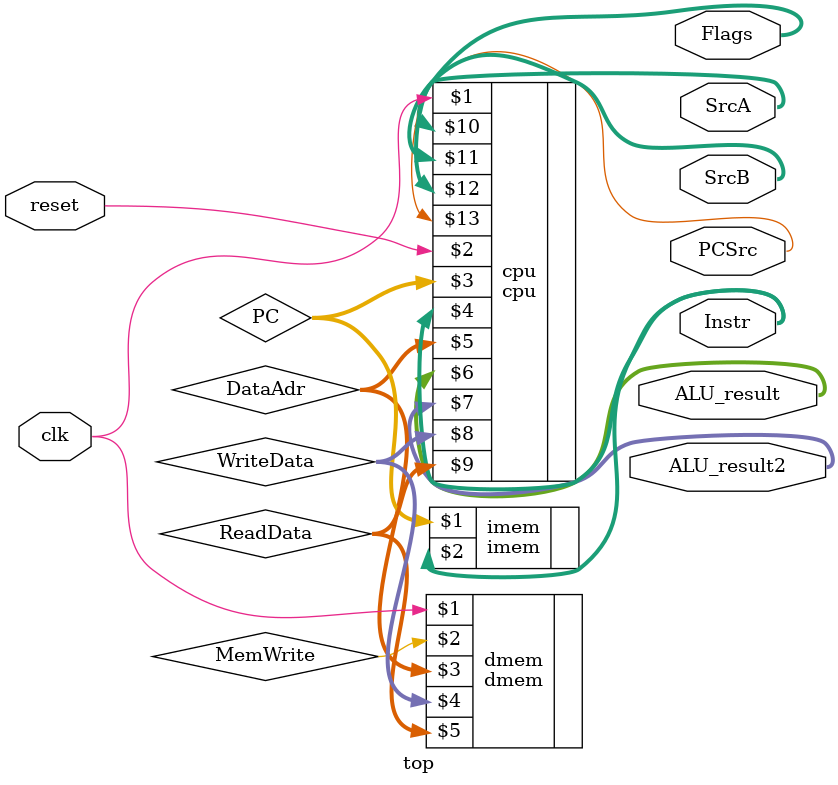
<source format=v>
`timescale 1ns / 1ps

module top(
	 input clk , reset,
	 output [15:0] Instr,
	 output [3:0] Flags,
	 output [7:0] ALU_result,ALU_result2,
	 output [7:0] SrcA, SrcB,
	 output PCSrc
	 ); 

	wire [7:0] ReadData;
	wire [7:0] PC; 
	wire [7:0] WriteData , DataAdr;

	//WriteData = write data and get it from second port of register file
	//ReadData = read data from memory
	//Flags = ALUFlags

	cpu cpu(clk, reset, PC, Instr, DataAdr, ALU_result,ALU_result2, WriteData, ReadData, Flags, SrcA, SrcB, PCSrc); 

 	imem imem(PC, Instr);
	dmem dmem(clk, MemWrite, DataAdr, WriteData, ReadData);

endmodule
 

</source>
